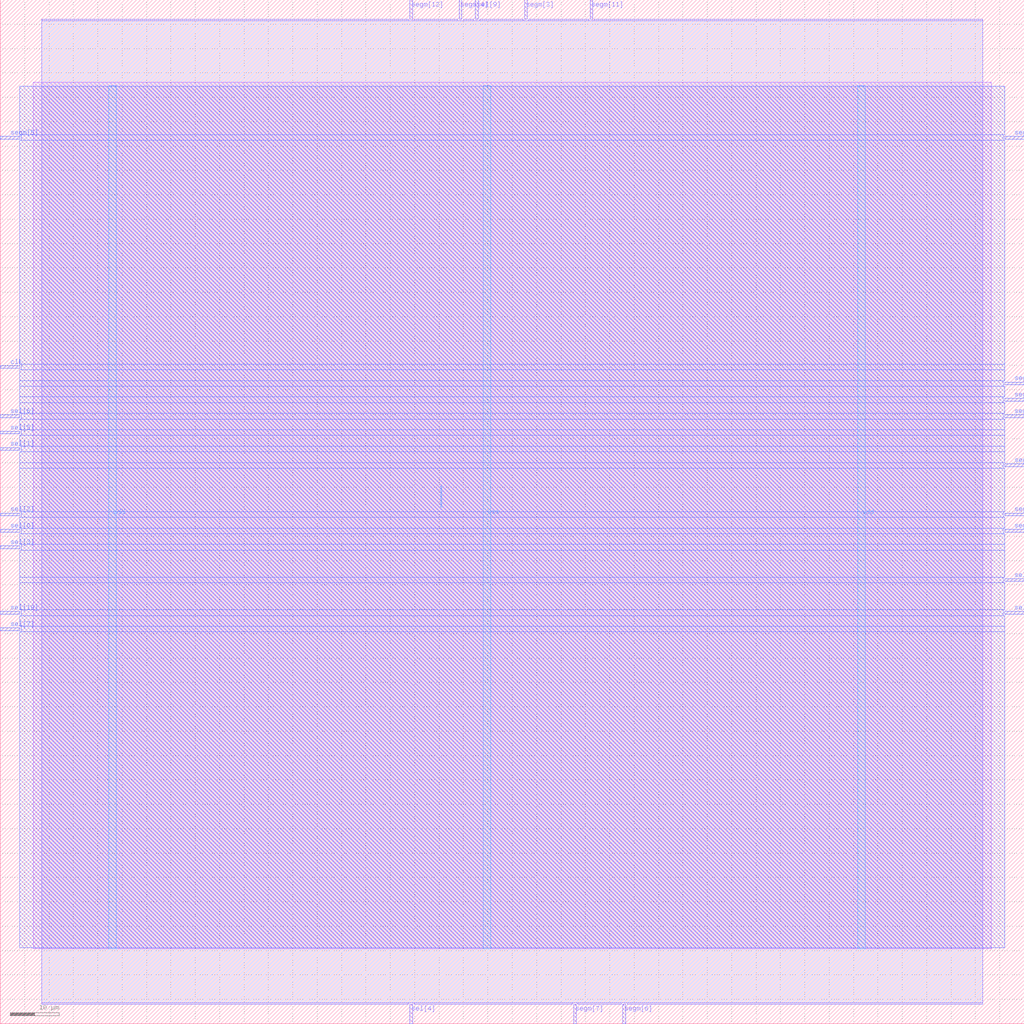
<source format=lef>
VERSION 5.7 ;
  NOWIREEXTENSIONATPIN ON ;
  DIVIDERCHAR "/" ;
  BUSBITCHARS "[]" ;
MACRO ita3
  CLASS BLOCK ;
  FOREIGN ita3 ;
  ORIGIN 0.000 0.000 ;
  SIZE 210.000 BY 210.000 ;
  PIN clk
    DIRECTION INPUT ;
    USE SIGNAL ;
    ANTENNAGATEAREA 4.738000 ;
    ANTENNADIFFAREA 0.410400 ;
    PORT
      LAYER Metal3 ;
        RECT 0.000 134.400 4.000 134.960 ;
    END
  END clk
  PIN segm[0]
    DIRECTION OUTPUT TRISTATE ;
    USE SIGNAL ;
    ANTENNADIFFAREA 4.731200 ;
    PORT
      LAYER Metal3 ;
        RECT 206.000 104.160 210.000 104.720 ;
    END
  END segm[0]
  PIN segm[10]
    DIRECTION OUTPUT TRISTATE ;
    USE SIGNAL ;
    ANTENNADIFFAREA 4.731200 ;
    PORT
      LAYER Metal3 ;
        RECT 206.000 124.320 210.000 124.880 ;
    END
  END segm[10]
  PIN segm[11]
    DIRECTION OUTPUT TRISTATE ;
    USE SIGNAL ;
    ANTENNADIFFAREA 4.731200 ;
    PORT
      LAYER Metal2 ;
        RECT 120.960 206.000 121.520 210.000 ;
    END
  END segm[11]
  PIN segm[12]
    DIRECTION OUTPUT TRISTATE ;
    USE SIGNAL ;
    ANTENNADIFFAREA 4.731200 ;
    PORT
      LAYER Metal2 ;
        RECT 84.000 206.000 84.560 210.000 ;
    END
  END segm[12]
  PIN segm[13]
    DIRECTION OUTPUT TRISTATE ;
    USE SIGNAL ;
    ANTENNADIFFAREA 4.731200 ;
    PORT
      LAYER Metal3 ;
        RECT 206.000 114.240 210.000 114.800 ;
    END
  END segm[13]
  PIN segm[1]
    DIRECTION OUTPUT TRISTATE ;
    USE SIGNAL ;
    ANTENNADIFFAREA 0.360800 ;
    PORT
      LAYER Metal3 ;
        RECT 206.000 131.040 210.000 131.600 ;
    END
  END segm[1]
  PIN segm[2]
    DIRECTION OUTPUT TRISTATE ;
    USE SIGNAL ;
    ANTENNADIFFAREA 0.360800 ;
    PORT
      LAYER Metal3 ;
        RECT 206.000 181.440 210.000 182.000 ;
    END
  END segm[2]
  PIN segm[3]
    DIRECTION OUTPUT TRISTATE ;
    USE SIGNAL ;
    ANTENNADIFFAREA 4.731200 ;
    PORT
      LAYER Metal2 ;
        RECT 107.520 206.000 108.080 210.000 ;
    END
  END segm[3]
  PIN segm[4]
    DIRECTION OUTPUT TRISTATE ;
    USE SIGNAL ;
    ANTENNADIFFAREA 0.360800 ;
    PORT
      LAYER Metal2 ;
        RECT 94.080 206.000 94.640 210.000 ;
    END
  END segm[4]
  PIN segm[5]
    DIRECTION OUTPUT TRISTATE ;
    USE SIGNAL ;
    ANTENNADIFFAREA 0.360800 ;
    PORT
      LAYER Metal3 ;
        RECT 0.000 181.440 4.000 182.000 ;
    END
  END segm[5]
  PIN segm[6]
    DIRECTION OUTPUT TRISTATE ;
    USE SIGNAL ;
    ANTENNADIFFAREA 4.731200 ;
    PORT
      LAYER Metal2 ;
        RECT 127.680 0.000 128.240 4.000 ;
    END
  END segm[6]
  PIN segm[7]
    DIRECTION OUTPUT TRISTATE ;
    USE SIGNAL ;
    ANTENNADIFFAREA 4.731200 ;
    PORT
      LAYER Metal2 ;
        RECT 117.600 0.000 118.160 4.000 ;
    END
  END segm[7]
  PIN segm[8]
    DIRECTION OUTPUT TRISTATE ;
    USE SIGNAL ;
    ANTENNADIFFAREA 4.731200 ;
    PORT
      LAYER Metal3 ;
        RECT 206.000 100.800 210.000 101.360 ;
    END
  END segm[8]
  PIN segm[9]
    DIRECTION OUTPUT TRISTATE ;
    USE SIGNAL ;
    ANTENNADIFFAREA 4.731200 ;
    PORT
      LAYER Metal3 ;
        RECT 206.000 127.680 210.000 128.240 ;
    END
  END segm[9]
  PIN sel[0]
    DIRECTION OUTPUT TRISTATE ;
    USE SIGNAL ;
    ANTENNADIFFAREA 4.731200 ;
    PORT
      LAYER Metal3 ;
        RECT 0.000 100.800 4.000 101.360 ;
    END
  END sel[0]
  PIN sel[10]
    DIRECTION OUTPUT TRISTATE ;
    USE SIGNAL ;
    ANTENNADIFFAREA 4.731200 ;
    PORT
      LAYER Metal3 ;
        RECT 0.000 84.000 4.000 84.560 ;
    END
  END sel[10]
  PIN sel[11]
    DIRECTION OUTPUT TRISTATE ;
    USE SIGNAL ;
    ANTENNADIFFAREA 4.731200 ;
    PORT
      LAYER Metal3 ;
        RECT 206.000 90.720 210.000 91.280 ;
    END
  END sel[11]
  PIN sel[1]
    DIRECTION OUTPUT TRISTATE ;
    USE SIGNAL ;
    ANTENNADIFFAREA 4.731200 ;
    PORT
      LAYER Metal3 ;
        RECT 0.000 117.600 4.000 118.160 ;
    END
  END sel[1]
  PIN sel[2]
    DIRECTION OUTPUT TRISTATE ;
    USE SIGNAL ;
    ANTENNADIFFAREA 4.731200 ;
    PORT
      LAYER Metal3 ;
        RECT 0.000 104.160 4.000 104.720 ;
    END
  END sel[2]
  PIN sel[3]
    DIRECTION OUTPUT TRISTATE ;
    USE SIGNAL ;
    ANTENNADIFFAREA 4.731200 ;
    PORT
      LAYER Metal3 ;
        RECT 0.000 97.440 4.000 98.000 ;
    END
  END sel[3]
  PIN sel[4]
    DIRECTION OUTPUT TRISTATE ;
    USE SIGNAL ;
    ANTENNADIFFAREA 4.731200 ;
    PORT
      LAYER Metal2 ;
        RECT 84.000 0.000 84.560 4.000 ;
    END
  END sel[4]
  PIN sel[5]
    DIRECTION OUTPUT TRISTATE ;
    USE SIGNAL ;
    ANTENNADIFFAREA 4.731200 ;
    PORT
      LAYER Metal3 ;
        RECT 0.000 120.960 4.000 121.520 ;
    END
  END sel[5]
  PIN sel[6]
    DIRECTION OUTPUT TRISTATE ;
    USE SIGNAL ;
    ANTENNADIFFAREA 4.731200 ;
    PORT
      LAYER Metal3 ;
        RECT 0.000 124.320 4.000 124.880 ;
    END
  END sel[6]
  PIN sel[7]
    DIRECTION OUTPUT TRISTATE ;
    USE SIGNAL ;
    ANTENNADIFFAREA 4.731200 ;
    PORT
      LAYER Metal3 ;
        RECT 0.000 80.640 4.000 81.200 ;
    END
  END sel[7]
  PIN sel[8]
    DIRECTION OUTPUT TRISTATE ;
    USE SIGNAL ;
    ANTENNADIFFAREA 4.731200 ;
    PORT
      LAYER Metal3 ;
        RECT 206.000 84.000 210.000 84.560 ;
    END
  END sel[8]
  PIN sel[9]
    DIRECTION OUTPUT TRISTATE ;
    USE SIGNAL ;
    ANTENNADIFFAREA 4.731200 ;
    PORT
      LAYER Metal2 ;
        RECT 97.440 206.000 98.000 210.000 ;
    END
  END sel[9]
  PIN vdd
    DIRECTION INOUT ;
    USE POWER ;
    PORT
      LAYER Metal4 ;
        RECT 22.240 15.380 23.840 192.380 ;
    END
    PORT
      LAYER Metal4 ;
        RECT 175.840 15.380 177.440 192.380 ;
    END
  END vdd
  PIN vss
    DIRECTION INOUT ;
    USE GROUND ;
    PORT
      LAYER Metal4 ;
        RECT 99.040 15.380 100.640 192.380 ;
    END
  END vss
  OBS
      LAYER Metal1 ;
        RECT 6.720 15.380 203.280 193.050 ;
      LAYER Metal2 ;
        RECT 8.540 205.700 83.700 206.000 ;
        RECT 84.860 205.700 93.780 206.000 ;
        RECT 94.940 205.700 97.140 206.000 ;
        RECT 98.300 205.700 107.220 206.000 ;
        RECT 108.380 205.700 120.660 206.000 ;
        RECT 121.820 205.700 201.460 206.000 ;
        RECT 8.540 4.300 201.460 205.700 ;
        RECT 8.540 4.000 83.700 4.300 ;
        RECT 84.860 4.000 117.300 4.300 ;
        RECT 118.460 4.000 127.380 4.300 ;
        RECT 128.540 4.000 201.460 4.300 ;
      LAYER Metal3 ;
        RECT 4.000 182.300 206.000 192.220 ;
        RECT 4.300 181.140 205.700 182.300 ;
        RECT 4.000 135.260 206.000 181.140 ;
        RECT 4.300 134.100 206.000 135.260 ;
        RECT 4.000 131.900 206.000 134.100 ;
        RECT 4.000 130.740 205.700 131.900 ;
        RECT 4.000 128.540 206.000 130.740 ;
        RECT 4.000 127.380 205.700 128.540 ;
        RECT 4.000 125.180 206.000 127.380 ;
        RECT 4.300 124.020 205.700 125.180 ;
        RECT 4.000 121.820 206.000 124.020 ;
        RECT 4.300 120.660 206.000 121.820 ;
        RECT 4.000 118.460 206.000 120.660 ;
        RECT 4.300 117.300 206.000 118.460 ;
        RECT 4.000 115.100 206.000 117.300 ;
        RECT 4.000 113.940 205.700 115.100 ;
        RECT 4.000 105.020 206.000 113.940 ;
        RECT 4.300 103.860 205.700 105.020 ;
        RECT 4.000 101.660 206.000 103.860 ;
        RECT 4.300 100.500 205.700 101.660 ;
        RECT 4.000 98.300 206.000 100.500 ;
        RECT 4.300 97.140 206.000 98.300 ;
        RECT 4.000 91.580 206.000 97.140 ;
        RECT 4.000 90.420 205.700 91.580 ;
        RECT 4.000 84.860 206.000 90.420 ;
        RECT 4.300 83.700 205.700 84.860 ;
        RECT 4.000 81.500 206.000 83.700 ;
        RECT 4.300 80.340 206.000 81.500 ;
        RECT 4.000 15.540 206.000 80.340 ;
      LAYER Metal4 ;
        RECT 90.300 105.930 90.580 110.230 ;
  END
END ita3
END LIBRARY


</source>
